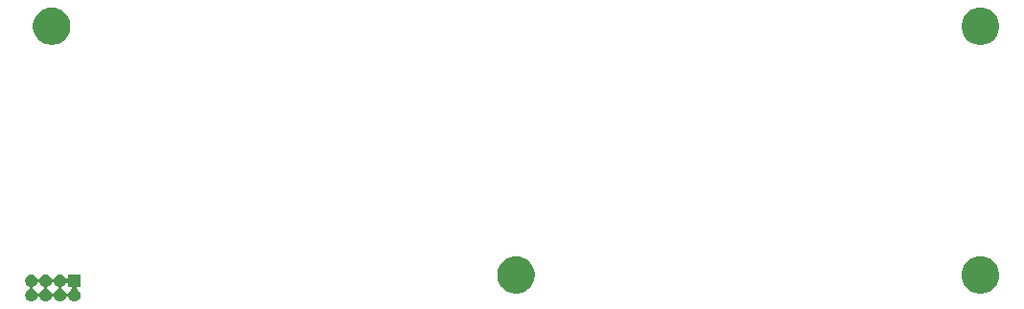
<source format=gbs>
G04 #@! TF.GenerationSoftware,KiCad,Pcbnew,5.0.1*
G04 #@! TF.CreationDate,2019-01-16T19:15:50-05:00*
G04 #@! TF.ProjectId,fydp,667964702E6B696361645F7063620000,rev?*
G04 #@! TF.SameCoordinates,Original*
G04 #@! TF.FileFunction,Soldermask,Bot*
G04 #@! TF.FilePolarity,Negative*
%FSLAX46Y46*%
G04 Gerber Fmt 4.6, Leading zero omitted, Abs format (unit mm)*
G04 Created by KiCad (PCBNEW 5.0.1) date Wed 16 Jan 2019 07:15:50 PM EST*
%MOMM*%
%LPD*%
G01*
G04 APERTURE LIST*
%ADD10C,0.100000*%
G04 APERTURE END LIST*
D10*
G36*
X2298015Y-25956973D02*
X2401879Y-25988479D01*
X2497600Y-26039644D01*
X2581501Y-26108499D01*
X2650356Y-26192400D01*
X2701521Y-26288121D01*
X2705383Y-26300854D01*
X2714760Y-26323493D01*
X2728374Y-26343867D01*
X2745701Y-26361194D01*
X2766076Y-26374808D01*
X2788715Y-26384186D01*
X2812748Y-26388966D01*
X2837252Y-26388966D01*
X2861286Y-26384185D01*
X2883925Y-26374808D01*
X2904299Y-26361194D01*
X2921626Y-26343867D01*
X2935240Y-26323492D01*
X2944617Y-26300854D01*
X2948479Y-26288121D01*
X2999644Y-26192400D01*
X3068499Y-26108499D01*
X3152400Y-26039644D01*
X3248121Y-25988479D01*
X3351985Y-25956973D01*
X3432933Y-25949000D01*
X3487067Y-25949000D01*
X3568015Y-25956973D01*
X3671879Y-25988479D01*
X3767600Y-26039644D01*
X3851501Y-26108499D01*
X3920356Y-26192400D01*
X3971521Y-26288121D01*
X3975383Y-26300854D01*
X3984760Y-26323493D01*
X3998374Y-26343867D01*
X4015701Y-26361194D01*
X4036076Y-26374808D01*
X4058715Y-26384186D01*
X4082748Y-26388966D01*
X4107252Y-26388966D01*
X4131286Y-26384185D01*
X4153925Y-26374808D01*
X4174299Y-26361194D01*
X4191626Y-26343867D01*
X4205240Y-26323492D01*
X4214617Y-26300854D01*
X4218479Y-26288121D01*
X4269644Y-26192400D01*
X4338499Y-26108499D01*
X4422400Y-26039644D01*
X4518121Y-25988479D01*
X4621985Y-25956973D01*
X4702933Y-25949000D01*
X4757067Y-25949000D01*
X4838015Y-25956973D01*
X4941879Y-25988479D01*
X5037600Y-26039644D01*
X5121501Y-26108499D01*
X5190356Y-26192400D01*
X5213766Y-26236195D01*
X5227374Y-26256561D01*
X5244701Y-26273889D01*
X5265076Y-26287502D01*
X5287715Y-26296880D01*
X5311748Y-26301660D01*
X5336252Y-26301660D01*
X5360286Y-26296879D01*
X5382925Y-26287502D01*
X5403299Y-26273888D01*
X5420627Y-26256561D01*
X5434240Y-26236186D01*
X5443618Y-26213547D01*
X5449000Y-26177262D01*
X5449000Y-25949000D01*
X6551000Y-25949000D01*
X6551000Y-27051000D01*
X6322738Y-27051000D01*
X6298352Y-27053402D01*
X6274903Y-27060515D01*
X6253292Y-27072066D01*
X6234350Y-27087612D01*
X6218804Y-27106554D01*
X6207253Y-27128165D01*
X6200140Y-27151614D01*
X6197738Y-27176000D01*
X6200140Y-27200386D01*
X6207253Y-27223835D01*
X6218804Y-27245446D01*
X6234350Y-27264388D01*
X6263808Y-27286236D01*
X6307600Y-27309644D01*
X6391501Y-27378499D01*
X6460356Y-27462400D01*
X6511521Y-27558121D01*
X6543027Y-27661985D01*
X6553666Y-27770000D01*
X6543027Y-27878015D01*
X6511521Y-27981879D01*
X6460356Y-28077600D01*
X6391501Y-28161501D01*
X6307600Y-28230356D01*
X6211879Y-28281521D01*
X6108015Y-28313027D01*
X6027067Y-28321000D01*
X5972933Y-28321000D01*
X5891985Y-28313027D01*
X5788121Y-28281521D01*
X5692400Y-28230356D01*
X5608499Y-28161501D01*
X5539644Y-28077600D01*
X5488479Y-27981879D01*
X5484615Y-27969142D01*
X5475240Y-27946507D01*
X5461626Y-27926133D01*
X5444299Y-27908806D01*
X5423924Y-27895192D01*
X5401285Y-27885814D01*
X5377252Y-27881034D01*
X5352748Y-27881034D01*
X5328714Y-27885815D01*
X5306075Y-27895192D01*
X5285701Y-27908806D01*
X5268374Y-27926133D01*
X5254760Y-27946508D01*
X5245385Y-27969142D01*
X5241521Y-27981879D01*
X5190356Y-28077600D01*
X5121501Y-28161501D01*
X5037600Y-28230356D01*
X4941879Y-28281521D01*
X4838015Y-28313027D01*
X4757067Y-28321000D01*
X4702933Y-28321000D01*
X4621985Y-28313027D01*
X4518121Y-28281521D01*
X4422400Y-28230356D01*
X4338499Y-28161501D01*
X4269644Y-28077600D01*
X4218479Y-27981879D01*
X4214615Y-27969142D01*
X4205240Y-27946507D01*
X4191626Y-27926133D01*
X4174299Y-27908806D01*
X4153924Y-27895192D01*
X4131285Y-27885814D01*
X4107252Y-27881034D01*
X4082748Y-27881034D01*
X4058714Y-27885815D01*
X4036075Y-27895192D01*
X4015701Y-27908806D01*
X3998374Y-27926133D01*
X3984760Y-27946508D01*
X3975385Y-27969142D01*
X3971521Y-27981879D01*
X3920356Y-28077600D01*
X3851501Y-28161501D01*
X3767600Y-28230356D01*
X3671879Y-28281521D01*
X3568015Y-28313027D01*
X3487067Y-28321000D01*
X3432933Y-28321000D01*
X3351985Y-28313027D01*
X3248121Y-28281521D01*
X3152400Y-28230356D01*
X3068499Y-28161501D01*
X2999644Y-28077600D01*
X2948479Y-27981879D01*
X2944615Y-27969142D01*
X2935240Y-27946507D01*
X2921626Y-27926133D01*
X2904299Y-27908806D01*
X2883924Y-27895192D01*
X2861285Y-27885814D01*
X2837252Y-27881034D01*
X2812748Y-27881034D01*
X2788714Y-27885815D01*
X2766075Y-27895192D01*
X2745701Y-27908806D01*
X2728374Y-27926133D01*
X2714760Y-27946508D01*
X2705385Y-27969142D01*
X2701521Y-27981879D01*
X2650356Y-28077600D01*
X2581501Y-28161501D01*
X2497600Y-28230356D01*
X2401879Y-28281521D01*
X2298015Y-28313027D01*
X2217067Y-28321000D01*
X2162933Y-28321000D01*
X2081985Y-28313027D01*
X1978121Y-28281521D01*
X1882400Y-28230356D01*
X1798499Y-28161501D01*
X1729644Y-28077600D01*
X1678479Y-27981879D01*
X1646973Y-27878015D01*
X1636334Y-27770000D01*
X1646973Y-27661985D01*
X1678479Y-27558121D01*
X1729644Y-27462400D01*
X1798499Y-27378499D01*
X1882400Y-27309644D01*
X1978121Y-27258479D01*
X1990858Y-27254615D01*
X2013493Y-27245240D01*
X2033867Y-27231626D01*
X2051194Y-27214299D01*
X2064808Y-27193924D01*
X2074186Y-27171285D01*
X2078966Y-27147252D01*
X2078966Y-27122748D01*
X2301034Y-27122748D01*
X2301034Y-27147252D01*
X2305815Y-27171286D01*
X2315192Y-27193925D01*
X2328806Y-27214299D01*
X2346133Y-27231626D01*
X2366508Y-27245240D01*
X2389142Y-27254615D01*
X2401879Y-27258479D01*
X2497600Y-27309644D01*
X2581501Y-27378499D01*
X2650356Y-27462400D01*
X2701521Y-27558121D01*
X2705383Y-27570854D01*
X2714760Y-27593493D01*
X2728374Y-27613867D01*
X2745701Y-27631194D01*
X2766076Y-27644808D01*
X2788715Y-27654186D01*
X2812748Y-27658966D01*
X2837252Y-27658966D01*
X2861286Y-27654185D01*
X2883925Y-27644808D01*
X2904299Y-27631194D01*
X2921626Y-27613867D01*
X2935240Y-27593492D01*
X2944617Y-27570854D01*
X2948479Y-27558121D01*
X2999644Y-27462400D01*
X3068499Y-27378499D01*
X3152400Y-27309644D01*
X3248121Y-27258479D01*
X3260858Y-27254615D01*
X3283493Y-27245240D01*
X3303867Y-27231626D01*
X3321194Y-27214299D01*
X3334808Y-27193924D01*
X3344186Y-27171285D01*
X3348966Y-27147252D01*
X3348966Y-27122748D01*
X3571034Y-27122748D01*
X3571034Y-27147252D01*
X3575815Y-27171286D01*
X3585192Y-27193925D01*
X3598806Y-27214299D01*
X3616133Y-27231626D01*
X3636508Y-27245240D01*
X3659142Y-27254615D01*
X3671879Y-27258479D01*
X3767600Y-27309644D01*
X3851501Y-27378499D01*
X3920356Y-27462400D01*
X3971521Y-27558121D01*
X3975383Y-27570854D01*
X3984760Y-27593493D01*
X3998374Y-27613867D01*
X4015701Y-27631194D01*
X4036076Y-27644808D01*
X4058715Y-27654186D01*
X4082748Y-27658966D01*
X4107252Y-27658966D01*
X4131286Y-27654185D01*
X4153925Y-27644808D01*
X4174299Y-27631194D01*
X4191626Y-27613867D01*
X4205240Y-27593492D01*
X4214617Y-27570854D01*
X4218479Y-27558121D01*
X4269644Y-27462400D01*
X4338499Y-27378499D01*
X4422400Y-27309644D01*
X4518121Y-27258479D01*
X4530858Y-27254615D01*
X4553493Y-27245240D01*
X4573867Y-27231626D01*
X4591194Y-27214299D01*
X4604808Y-27193924D01*
X4614186Y-27171285D01*
X4618966Y-27147252D01*
X4618966Y-27122748D01*
X4841034Y-27122748D01*
X4841034Y-27147252D01*
X4845815Y-27171286D01*
X4855192Y-27193925D01*
X4868806Y-27214299D01*
X4886133Y-27231626D01*
X4906508Y-27245240D01*
X4929142Y-27254615D01*
X4941879Y-27258479D01*
X5037600Y-27309644D01*
X5121501Y-27378499D01*
X5190356Y-27462400D01*
X5241521Y-27558121D01*
X5245383Y-27570854D01*
X5254760Y-27593493D01*
X5268374Y-27613867D01*
X5285701Y-27631194D01*
X5306076Y-27644808D01*
X5328715Y-27654186D01*
X5352748Y-27658966D01*
X5377252Y-27658966D01*
X5401286Y-27654185D01*
X5423925Y-27644808D01*
X5444299Y-27631194D01*
X5461626Y-27613867D01*
X5475240Y-27593492D01*
X5484617Y-27570854D01*
X5488479Y-27558121D01*
X5539644Y-27462400D01*
X5608499Y-27378499D01*
X5692400Y-27309644D01*
X5736195Y-27286234D01*
X5756561Y-27272626D01*
X5773889Y-27255299D01*
X5787502Y-27234924D01*
X5796880Y-27212285D01*
X5801660Y-27188252D01*
X5801660Y-27163748D01*
X5796879Y-27139714D01*
X5787502Y-27117075D01*
X5773888Y-27096701D01*
X5756561Y-27079373D01*
X5736186Y-27065760D01*
X5713547Y-27056382D01*
X5677262Y-27051000D01*
X5449000Y-27051000D01*
X5449000Y-26822738D01*
X5446598Y-26798352D01*
X5439485Y-26774903D01*
X5427934Y-26753292D01*
X5412388Y-26734350D01*
X5393446Y-26718804D01*
X5371835Y-26707253D01*
X5348386Y-26700140D01*
X5324000Y-26697738D01*
X5299614Y-26700140D01*
X5276165Y-26707253D01*
X5254554Y-26718804D01*
X5235612Y-26734350D01*
X5213764Y-26763808D01*
X5190356Y-26807600D01*
X5121501Y-26891501D01*
X5037600Y-26960356D01*
X4941879Y-27011521D01*
X4929142Y-27015385D01*
X4906507Y-27024760D01*
X4886133Y-27038374D01*
X4868806Y-27055701D01*
X4855192Y-27076076D01*
X4845814Y-27098715D01*
X4841034Y-27122748D01*
X4618966Y-27122748D01*
X4614185Y-27098714D01*
X4604808Y-27076075D01*
X4591194Y-27055701D01*
X4573867Y-27038374D01*
X4553492Y-27024760D01*
X4530858Y-27015385D01*
X4518121Y-27011521D01*
X4422400Y-26960356D01*
X4338499Y-26891501D01*
X4269644Y-26807600D01*
X4218479Y-26711879D01*
X4214615Y-26699142D01*
X4205240Y-26676507D01*
X4191626Y-26656133D01*
X4174299Y-26638806D01*
X4153924Y-26625192D01*
X4131285Y-26615814D01*
X4107252Y-26611034D01*
X4082748Y-26611034D01*
X4058714Y-26615815D01*
X4036075Y-26625192D01*
X4015701Y-26638806D01*
X3998374Y-26656133D01*
X3984760Y-26676508D01*
X3975385Y-26699142D01*
X3971521Y-26711879D01*
X3920356Y-26807600D01*
X3851501Y-26891501D01*
X3767600Y-26960356D01*
X3671879Y-27011521D01*
X3659142Y-27015385D01*
X3636507Y-27024760D01*
X3616133Y-27038374D01*
X3598806Y-27055701D01*
X3585192Y-27076076D01*
X3575814Y-27098715D01*
X3571034Y-27122748D01*
X3348966Y-27122748D01*
X3344185Y-27098714D01*
X3334808Y-27076075D01*
X3321194Y-27055701D01*
X3303867Y-27038374D01*
X3283492Y-27024760D01*
X3260858Y-27015385D01*
X3248121Y-27011521D01*
X3152400Y-26960356D01*
X3068499Y-26891501D01*
X2999644Y-26807600D01*
X2948479Y-26711879D01*
X2944615Y-26699142D01*
X2935240Y-26676507D01*
X2921626Y-26656133D01*
X2904299Y-26638806D01*
X2883924Y-26625192D01*
X2861285Y-26615814D01*
X2837252Y-26611034D01*
X2812748Y-26611034D01*
X2788714Y-26615815D01*
X2766075Y-26625192D01*
X2745701Y-26638806D01*
X2728374Y-26656133D01*
X2714760Y-26676508D01*
X2705385Y-26699142D01*
X2701521Y-26711879D01*
X2650356Y-26807600D01*
X2581501Y-26891501D01*
X2497600Y-26960356D01*
X2401879Y-27011521D01*
X2389142Y-27015385D01*
X2366507Y-27024760D01*
X2346133Y-27038374D01*
X2328806Y-27055701D01*
X2315192Y-27076076D01*
X2305814Y-27098715D01*
X2301034Y-27122748D01*
X2078966Y-27122748D01*
X2074185Y-27098714D01*
X2064808Y-27076075D01*
X2051194Y-27055701D01*
X2033867Y-27038374D01*
X2013492Y-27024760D01*
X1990858Y-27015385D01*
X1978121Y-27011521D01*
X1882400Y-26960356D01*
X1798499Y-26891501D01*
X1729644Y-26807600D01*
X1678479Y-26711879D01*
X1646973Y-26608015D01*
X1636334Y-26500000D01*
X1646973Y-26391985D01*
X1678479Y-26288121D01*
X1729644Y-26192400D01*
X1798499Y-26108499D01*
X1882400Y-26039644D01*
X1978121Y-25988479D01*
X2081985Y-25956973D01*
X2162933Y-25949000D01*
X2217067Y-25949000D01*
X2298015Y-25956973D01*
X2298015Y-25956973D01*
G37*
G36*
X86375256Y-24391298D02*
X86481579Y-24412447D01*
X86782042Y-24536903D01*
X87048852Y-24715180D01*
X87052454Y-24717587D01*
X87282413Y-24947546D01*
X87463098Y-25217960D01*
X87587553Y-25518422D01*
X87651000Y-25837389D01*
X87651000Y-26162611D01*
X87618998Y-26323493D01*
X87587553Y-26481579D01*
X87463097Y-26782042D01*
X87343952Y-26960355D01*
X87282413Y-27052454D01*
X87052454Y-27282413D01*
X87052451Y-27282415D01*
X86782042Y-27463097D01*
X86481579Y-27587553D01*
X86375256Y-27608702D01*
X86162611Y-27651000D01*
X85837389Y-27651000D01*
X85624744Y-27608702D01*
X85518421Y-27587553D01*
X85217958Y-27463097D01*
X84947549Y-27282415D01*
X84947546Y-27282413D01*
X84717587Y-27052454D01*
X84656048Y-26960355D01*
X84536903Y-26782042D01*
X84412447Y-26481579D01*
X84381002Y-26323493D01*
X84349000Y-26162611D01*
X84349000Y-25837389D01*
X84412447Y-25518422D01*
X84536902Y-25217960D01*
X84717587Y-24947546D01*
X84947546Y-24717587D01*
X84951148Y-24715180D01*
X85217958Y-24536903D01*
X85518421Y-24412447D01*
X85624744Y-24391298D01*
X85837389Y-24349000D01*
X86162611Y-24349000D01*
X86375256Y-24391298D01*
X86375256Y-24391298D01*
G37*
G36*
X45375256Y-24391298D02*
X45481579Y-24412447D01*
X45782042Y-24536903D01*
X46048852Y-24715180D01*
X46052454Y-24717587D01*
X46282413Y-24947546D01*
X46463098Y-25217960D01*
X46587553Y-25518422D01*
X46651000Y-25837389D01*
X46651000Y-26162611D01*
X46618998Y-26323493D01*
X46587553Y-26481579D01*
X46463097Y-26782042D01*
X46343952Y-26960355D01*
X46282413Y-27052454D01*
X46052454Y-27282413D01*
X46052451Y-27282415D01*
X45782042Y-27463097D01*
X45481579Y-27587553D01*
X45375256Y-27608702D01*
X45162611Y-27651000D01*
X44837389Y-27651000D01*
X44624744Y-27608702D01*
X44518421Y-27587553D01*
X44217958Y-27463097D01*
X43947549Y-27282415D01*
X43947546Y-27282413D01*
X43717587Y-27052454D01*
X43656048Y-26960355D01*
X43536903Y-26782042D01*
X43412447Y-26481579D01*
X43381002Y-26323493D01*
X43349000Y-26162611D01*
X43349000Y-25837389D01*
X43412447Y-25518422D01*
X43536902Y-25217960D01*
X43717587Y-24947546D01*
X43947546Y-24717587D01*
X43951148Y-24715180D01*
X44217958Y-24536903D01*
X44518421Y-24412447D01*
X44624744Y-24391298D01*
X44837389Y-24349000D01*
X45162611Y-24349000D01*
X45375256Y-24391298D01*
X45375256Y-24391298D01*
G37*
G36*
X86375256Y-2391298D02*
X86481579Y-2412447D01*
X86782042Y-2536903D01*
X87048852Y-2715180D01*
X87052454Y-2717587D01*
X87282413Y-2947546D01*
X87463098Y-3217960D01*
X87587553Y-3518422D01*
X87651000Y-3837389D01*
X87651000Y-4162611D01*
X87587553Y-4481578D01*
X87463098Y-4782040D01*
X87282413Y-5052454D01*
X87052454Y-5282413D01*
X87052451Y-5282415D01*
X86782042Y-5463097D01*
X86481579Y-5587553D01*
X86375256Y-5608702D01*
X86162611Y-5651000D01*
X85837389Y-5651000D01*
X85624744Y-5608702D01*
X85518421Y-5587553D01*
X85217958Y-5463097D01*
X84947549Y-5282415D01*
X84947546Y-5282413D01*
X84717587Y-5052454D01*
X84536902Y-4782040D01*
X84412447Y-4481578D01*
X84349000Y-4162611D01*
X84349000Y-3837389D01*
X84412447Y-3518422D01*
X84536902Y-3217960D01*
X84717587Y-2947546D01*
X84947546Y-2717587D01*
X84951148Y-2715180D01*
X85217958Y-2536903D01*
X85518421Y-2412447D01*
X85624744Y-2391298D01*
X85837389Y-2349000D01*
X86162611Y-2349000D01*
X86375256Y-2391298D01*
X86375256Y-2391298D01*
G37*
G36*
X4375256Y-2391298D02*
X4481579Y-2412447D01*
X4782042Y-2536903D01*
X5048852Y-2715180D01*
X5052454Y-2717587D01*
X5282413Y-2947546D01*
X5463098Y-3217960D01*
X5587553Y-3518422D01*
X5651000Y-3837389D01*
X5651000Y-4162611D01*
X5587553Y-4481578D01*
X5463098Y-4782040D01*
X5282413Y-5052454D01*
X5052454Y-5282413D01*
X5052451Y-5282415D01*
X4782042Y-5463097D01*
X4481579Y-5587553D01*
X4375256Y-5608702D01*
X4162611Y-5651000D01*
X3837389Y-5651000D01*
X3624744Y-5608702D01*
X3518421Y-5587553D01*
X3217958Y-5463097D01*
X2947549Y-5282415D01*
X2947546Y-5282413D01*
X2717587Y-5052454D01*
X2536902Y-4782040D01*
X2412447Y-4481578D01*
X2349000Y-4162611D01*
X2349000Y-3837389D01*
X2412447Y-3518422D01*
X2536902Y-3217960D01*
X2717587Y-2947546D01*
X2947546Y-2717587D01*
X2951148Y-2715180D01*
X3217958Y-2536903D01*
X3518421Y-2412447D01*
X3624744Y-2391298D01*
X3837389Y-2349000D01*
X4162611Y-2349000D01*
X4375256Y-2391298D01*
X4375256Y-2391298D01*
G37*
M02*

</source>
